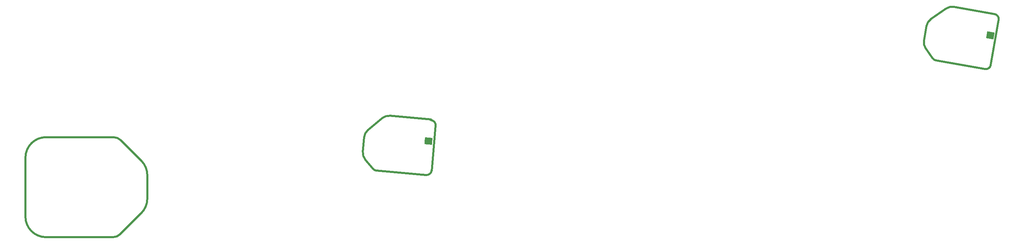
<source format=gbr>
*
G4_C Author: OrCAD GerbTool(tm) 8.1.1 Wed Jun 18 21:18:24 2003*
%LPD*%
%LNstiffbot*%
%FSLAX34Y34*%
%MOIN*%
%AD*%
%AMD26R81*
20,1,0.027000,0.000000,-0.036000,0.000000,0.036000,81.000000*
%
%AMD12R359*
20,1,0.027000,0.035560,-0.005630,-0.035560,0.005630,359.000000*
%
%AMD26R81N2*
20,1,0.027000,0.000000,-0.036000,0.000000,0.036000,81.000000*
%
%AMD14R1*
20,1,0.027000,0.035560,-0.005630,-0.035560,0.005630,1.000000*
%
%AMD15R1*
20,1,0.027000,0.035650,-0.005010,-0.035650,0.005010,1.000000*
%
%AMD16R1*
20,1,0.027000,0.035730,-0.004390,-0.035730,0.004390,1.000000*
%
%AMD17R1*
20,1,0.027000,0.035800,-0.003770,-0.035800,0.003770,1.000000*
%
%AMD18R1*
20,1,0.027000,0.035860,-0.003140,-0.035860,0.003140,1.000000*
%
%AMD19R1*
20,1,0.027000,0.035910,-0.002510,-0.035910,0.002510,1.000000*
%
%AMD20R357*
20,1,0.027000,0.035950,-0.001880,-0.035950,0.001880,357.000000*
%
%AMD21R1*
20,1,0.027000,0.035800,-0.003760,-0.035800,0.003760,1.000000*
%
%ADD10C,0.010000*%
%ADD11C,0.020000*%
%ADD12D26R81*%
%ADD13D12R359*%
%ADD14D26R81N2*%
%ADD15D14R1*%
%ADD16D15R1*%
%ADD17D16R1*%
%ADD18D17R1*%
%ADD19D18R1*%
%ADD20D19R1*%
%ADD21D20R357*%
%ADD22D21R1*%
%ADD26R,0.027000X0.072000*%
G4_C OrCAD GerbTool Tool List *
G54D11*
G1X9929Y10082D2*
G75*
G3X9222Y10374I-707J-707D1*
G74*
G1X9879Y957D2*
G75*
G2X9172Y664I-707J707D1*
G74*
G1X2675Y10375D2*
G1X9222Y10374D1*
G1X675Y8375D2*
G75*
G2X2675Y10375I2000J0D1*
G74*
G1X9172Y664D2*
G1X2675Y664D1*
G1X675Y2664D2*
G1X675Y8375D1*
G1X2675Y664D2*
G75*
G2X675Y2664I0J2000D1*
G74*
G1X9879Y957D2*
G1X11917Y2995D1*
G75*
G3X12503Y4409I-1414J1414D1*
G74*
G1X12503Y6680D1*
G1X11917Y8094D2*
G1X9929Y10082D1*
G1X12503Y6680D2*
G75*
G3X11917Y8094I-2000J0D1*
G74*
G1X95125Y21754D2*
G75*
G3X94719Y22333I-492J87D1*
G74*
G1X88714Y18034D2*
G75*
G3X89037Y17827I410J287D1*
G74*
G1X93778Y16991D1*
G1X94357Y17397D2*
G1X95125Y21754D1*
G1X93778Y16991D2*
G75*
G3X94357Y17397I87J492D1*
G74*
G1X88714Y18034D2*
G1X88028Y19012D1*
G75*
G2X87863Y19759I819J574D1*
G74*
G1X88113Y21176D1*
G75*
G2X88524Y21821I985J-174D1*
G74*
G1X90015Y22865D1*
G1X90762Y23031D2*
G1X94719Y22333D1*
G1X90015Y22865D2*
G75*
G2X90762Y23031I574J-819D1*
G74*
G54D13*
G1X94259Y20060D3*
G1X94293Y20255D3*
G1X94328Y20452D3*
G1X34417Y7297D2*
G75*
G54D11*
G3X34757Y7119I384J322D1*
G74*
G1X39553Y6700D1*
G75*
G3X40095Y7155I44J498D1*
G74*
G1X34417Y7297D2*
G1X33649Y8212D1*
G75*
G2X33420Y8942I766J643D1*
G74*
G1X33545Y10375D1*
G75*
G2X33899Y11053I996J-87D1*
G74*
G1X35293Y12223D1*
G1X36023Y12454D2*
G1X40026Y12103D1*
G1X35293Y12223D2*
G75*
G2X36023Y12454I643J-766D1*
G74*
G54D22*
G1X39765Y9799D3*
G1X39782Y9997D3*
G1X39800Y10196D3*
G1X40482Y11490D2*
G75*
G54D11*
G3X40028Y12032I-498J44D1*
G74*
G1X40096Y7083D2*
G1X40482Y11490D1*
M2*

</source>
